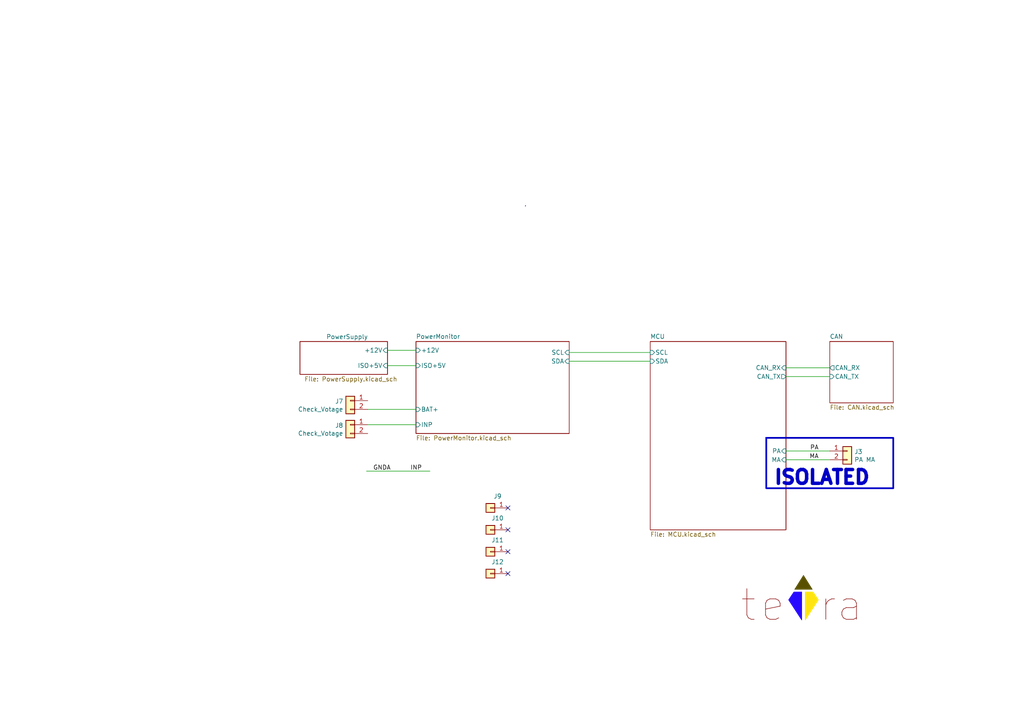
<source format=kicad_sch>
(kicad_sch (version 20230121) (generator eeschema)

  (uuid 6a86ff6f-b159-4c4c-8a40-e732cc82e010)

  (paper "A4")

  (title_block
    (title "BMS-Master")
    (date "2023-10-19")
    (rev "V0.1")
    (company "teTra")
  )

  (lib_symbols
    (symbol "Connector_Generic:Conn_01x01" (pin_names (offset 1.016) hide) (in_bom yes) (on_board yes)
      (property "Reference" "J" (at 0 2.54 0)
        (effects (font (size 1.27 1.27)))
      )
      (property "Value" "Conn_01x01" (at 0 -2.54 0)
        (effects (font (size 1.27 1.27)))
      )
      (property "Footprint" "" (at 0 0 0)
        (effects (font (size 1.27 1.27)) hide)
      )
      (property "Datasheet" "~" (at 0 0 0)
        (effects (font (size 1.27 1.27)) hide)
      )
      (property "ki_keywords" "connector" (at 0 0 0)
        (effects (font (size 1.27 1.27)) hide)
      )
      (property "ki_description" "Generic connector, single row, 01x01, script generated (kicad-library-utils/schlib/autogen/connector/)" (at 0 0 0)
        (effects (font (size 1.27 1.27)) hide)
      )
      (property "ki_fp_filters" "Connector*:*_1x??_*" (at 0 0 0)
        (effects (font (size 1.27 1.27)) hide)
      )
      (symbol "Conn_01x01_1_1"
        (rectangle (start -1.27 0.127) (end 0 -0.127)
          (stroke (width 0.1524) (type default))
          (fill (type none))
        )
        (rectangle (start -1.27 1.27) (end 1.27 -1.27)
          (stroke (width 0.254) (type default))
          (fill (type background))
        )
        (pin passive line (at -5.08 0 0) (length 3.81)
          (name "Pin_1" (effects (font (size 1.27 1.27))))
          (number "1" (effects (font (size 1.27 1.27))))
        )
      )
    )
    (symbol "Connector_Generic:Conn_01x02" (pin_names (offset 1.016) hide) (in_bom yes) (on_board yes)
      (property "Reference" "J" (at 0 2.54 0)
        (effects (font (size 1.27 1.27)))
      )
      (property "Value" "Conn_01x02" (at 0 -5.08 0)
        (effects (font (size 1.27 1.27)))
      )
      (property "Footprint" "" (at 0 0 0)
        (effects (font (size 1.27 1.27)) hide)
      )
      (property "Datasheet" "~" (at 0 0 0)
        (effects (font (size 1.27 1.27)) hide)
      )
      (property "ki_keywords" "connector" (at 0 0 0)
        (effects (font (size 1.27 1.27)) hide)
      )
      (property "ki_description" "Generic connector, single row, 01x02, script generated (kicad-library-utils/schlib/autogen/connector/)" (at 0 0 0)
        (effects (font (size 1.27 1.27)) hide)
      )
      (property "ki_fp_filters" "Connector*:*_1x??_*" (at 0 0 0)
        (effects (font (size 1.27 1.27)) hide)
      )
      (symbol "Conn_01x02_1_1"
        (rectangle (start -1.27 -2.413) (end 0 -2.667)
          (stroke (width 0.1524) (type default))
          (fill (type none))
        )
        (rectangle (start -1.27 0.127) (end 0 -0.127)
          (stroke (width 0.1524) (type default))
          (fill (type none))
        )
        (rectangle (start -1.27 1.27) (end 1.27 -3.81)
          (stroke (width 0.254) (type default))
          (fill (type background))
        )
        (pin passive line (at -5.08 0 0) (length 3.81)
          (name "Pin_1" (effects (font (size 1.27 1.27))))
          (number "1" (effects (font (size 1.27 1.27))))
        )
        (pin passive line (at -5.08 -2.54 0) (length 3.81)
          (name "Pin_2" (effects (font (size 1.27 1.27))))
          (number "2" (effects (font (size 1.27 1.27))))
        )
      )
    )
    (symbol "Fiber_Optic:logo" (pin_numbers hide) (pin_names (offset 0) hide) (in_bom yes) (on_board yes)
      (property "Reference" "LOGO" (at 7.747 8.763 0)
        (effects (font (size 1.27 1.27)) hide)
      )
      (property "Value" "teTra" (at 0.254 7.874 0)
        (effects (font (size 1.27 1.27)) hide)
      )
      (property "Footprint" "Symbol:teTra-LOGO" (at 0 3.302 0)
        (effects (font (size 1.27 1.27)) hide)
      )
      (property "Datasheet" "" (at 0 3.302 0)
        (effects (font (size 1.27 1.27)) hide)
      )
      (symbol "logo_1_1"
        (polyline
          (pts
            (xy 0 7.112)
            (xy -2.54 3.048)
            (xy 2.54 3.048)
            (xy 0 7.112)
          )
          (stroke (width 0) (type default) (color 88 80 0 1))
          (fill (type color) (color 88 80 0 1))
        )
        (polyline
          (pts
            (xy -0.508 2.286)
            (xy -2.794 2.286)
            (xy -4.318 0)
            (xy -0.508 -5.842)
            (xy -0.508 2.286)
          )
          (stroke (width 0) (type default) (color 38 9 255 1))
          (fill (type color) (color 38 9 255 1))
        )
        (polyline
          (pts
            (xy 0.508 2.286)
            (xy 2.794 2.286)
            (xy 4.318 0)
            (xy 0.508 -5.842)
            (xy 0.508 2.286)
          )
          (stroke (width 0) (type default) (color 255 228 16 1))
          (fill (type color) (color 255 228 16 1))
        )
        (text "a" (at 13.462 -1.524 0)
          (effects (font (face "KiCad Font") (size 8.89 8.89)))
        )
        (text "e" (at -8.89 -1.524 0)
          (effects (font (face "KiCad Font") (size 8.89 8.89)))
        )
        (text "r" (at 7.112 -1.524 0)
          (effects (font (size 8.89 8.89)))
        )
        (text "t" (at -16.002 -1.524 0)
          (effects (font (size 8.89 8.89)))
        )
      )
    )
  )


  (no_connect (at 147.32 153.67) (uuid 063586cc-a580-48fd-89cd-ea9799bd846b))
  (no_connect (at 147.32 160.02) (uuid 1032ec73-d384-495a-9208-3a628c10ef07))
  (no_connect (at 147.32 147.32) (uuid 22f3973b-66c5-4045-8727-c2cdf1ca18f9))
  (no_connect (at 147.32 166.37) (uuid f48ff6f6-9760-4e31-a4e0-4b910cd0768e))

  (wire (pts (xy 165.1 102.235) (xy 188.595 102.235))
    (stroke (width 0) (type default))
    (uuid 011ac7e5-f05f-46c1-a182-215072e4ebc1)
  )
  (wire (pts (xy 227.965 133.35) (xy 240.665 133.35))
    (stroke (width 0) (type default))
    (uuid 0324c561-c596-4eb6-b5d1-1df9d1e20bd8)
  )
  (wire (pts (xy 240.665 130.81) (xy 227.965 130.81))
    (stroke (width 0) (type default))
    (uuid 0db620bd-9d77-48e8-91fb-2aa04e84ce76)
  )
  (wire (pts (xy 106.68 118.745) (xy 120.65 118.745))
    (stroke (width 0) (type default))
    (uuid 123d02ca-8a43-4698-863e-43a50363d59a)
  )
  (wire (pts (xy 165.1 104.775) (xy 188.595 104.775))
    (stroke (width 0) (type default))
    (uuid 25f61138-6c5d-47b3-8f5a-a7e3638e4741)
  )
  (wire (pts (xy 112.395 101.6) (xy 120.65 101.6))
    (stroke (width 0) (type default))
    (uuid 6032e3b7-2ecc-4072-ab21-d2db156c12ce)
  )
  (wire (pts (xy 227.965 109.22) (xy 240.665 109.22))
    (stroke (width 0) (type default))
    (uuid 8006bcf1-5206-4a50-a3d8-d602b9dea8a4)
  )
  (wire (pts (xy 112.395 106.045) (xy 120.65 106.045))
    (stroke (width 0) (type default))
    (uuid 8ebdea99-1286-463f-9104-ec20d20a33a3)
  )
  (wire (pts (xy 227.965 106.68) (xy 240.665 106.68))
    (stroke (width 0) (type default))
    (uuid a3ed13f7-af50-4f99-aec0-8e5932323761)
  )
  (wire (pts (xy 106.299 136.652) (xy 124.714 136.652))
    (stroke (width 0) (type default))
    (uuid cf063f23-7578-43aa-8e49-efa6110df2ef)
  )
  (wire (pts (xy 106.68 123.19) (xy 120.65 123.19))
    (stroke (width 0) (type default))
    (uuid e04eba53-0b1f-4bfe-87cc-f3d7315fa9fd)
  )

  (rectangle (start 152.4 59.69) (end 152.4 59.69)
    (stroke (width 0) (type default))
    (fill (type none))
    (uuid 16ed3026-92db-43e4-94ce-cb9942d539a9)
  )
  (rectangle (start 152.4 59.69) (end 152.4 59.69)
    (stroke (width 0) (type default))
    (fill (type none))
    (uuid 223aa8e8-e165-46dc-8004-d0f7a65ecba6)
  )
  (rectangle (start 152.4 59.69) (end 152.4 59.69)
    (stroke (width 0) (type default))
    (fill (type none))
    (uuid 2fcede93-9de7-495d-a723-2d73c73c7b6f)
  )
  (rectangle (start 152.4 59.69) (end 152.4 59.69)
    (stroke (width 0) (type default))
    (fill (type none))
    (uuid 5fbfa526-c30f-47f6-8144-7f30cec9d859)
  )
  (rectangle (start 152.4 59.69) (end 152.4 59.69)
    (stroke (width 0) (type default))
    (fill (type none))
    (uuid 6417f53f-a88b-4d4d-99b7-072470c6c0a0)
  )
  (rectangle (start 152.4 59.69) (end 152.4 59.69)
    (stroke (width 0) (type default))
    (fill (type none))
    (uuid 761ccd63-a067-48de-bb96-f182215cb15d)
  )
  (rectangle (start 152.4 59.69) (end 152.4 59.69)
    (stroke (width 0) (type default))
    (fill (type none))
    (uuid 7833effb-1ef3-4514-9423-6ce15b0e7601)
  )
  (rectangle (start 152.4 59.69) (end 152.4 59.69)
    (stroke (width 0) (type default))
    (fill (type none))
    (uuid 84c90483-45a3-4739-b73e-9c011eb5a6b3)
  )
  (rectangle (start 152.4 59.69) (end 152.4 59.69)
    (stroke (width 0) (type default))
    (fill (type none))
    (uuid a44f9e23-e56b-46ab-98e0-a509f1df9112)
  )
  (rectangle (start 152.4 59.69) (end 152.4 59.69)
    (stroke (width 0) (type default))
    (fill (type none))
    (uuid a6c3c0d5-36dd-4850-b1a5-9e9d33dbee96)
  )
  (rectangle (start 152.4 59.69) (end 152.4 59.69)
    (stroke (width 0) (type default))
    (fill (type none))
    (uuid cc05d2e2-b228-431e-bdc0-e0860c04d0cb)
  )
  (rectangle (start 152.4 59.69) (end 152.4 59.69)
    (stroke (width 0) (type default))
    (fill (type none))
    (uuid d8735071-f685-4511-9a51-ec1dbf78025d)
  )
  (rectangle (start 152.4 59.69) (end 152.4 59.69)
    (stroke (width 0) (type default))
    (fill (type none))
    (uuid ea6bb95e-e93f-4e24-b732-f58cac2dd5b5)
  )
  (rectangle (start 152.4 59.69) (end 152.4 59.69)
    (stroke (width 0) (type default))
    (fill (type none))
    (uuid ec13c14f-f372-47c6-8a1b-793204123c6b)
  )
  (rectangle (start 222.25 127) (end 259.08 141.605)
    (stroke (width 0.5) (type default))
    (fill (type none))
    (uuid ecd79333-2b26-4913-bd9c-63cb6b9965e8)
  )
  (rectangle (start 152.4 59.69) (end 152.4 59.69)
    (stroke (width 0) (type default))
    (fill (type none))
    (uuid ef661221-3ee0-456b-8605-67b88b2feaa8)
  )
  (rectangle (start 152.4 59.69) (end 152.4 59.69)
    (stroke (width 0) (type default))
    (fill (type none))
    (uuid fd9b1398-e4ca-40d7-b486-76ff1cab045d)
  )

  (text "ISOLATED" (at 224.155 140.97 0)
    (effects (font (size 4 4) (thickness 1.016) bold) (justify left bottom))
    (uuid 2f72da79-bdf8-4579-9ed1-a83544662245)
  )

  (label "PA" (at 237.49 130.81 180) (fields_autoplaced)
    (effects (font (size 1.27 1.27)) (justify right bottom))
    (uuid 6db54366-f85d-41d5-8f6f-fde0e52d91b9)
  )
  (label "INP" (at 118.999 136.652 0) (fields_autoplaced)
    (effects (font (size 1.27 1.27)) (justify left bottom))
    (uuid ad7a2ab3-6837-4610-9ed4-459c72076acf)
  )
  (label "GNDA" (at 108.204 136.652 0) (fields_autoplaced)
    (effects (font (size 1.27 1.27)) (justify left bottom))
    (uuid e53f4b58-b1d1-4a89-a712-12798db393c5)
  )
  (label "MA" (at 237.49 133.35 180) (fields_autoplaced)
    (effects (font (size 1.27 1.27)) (justify right bottom))
    (uuid edf68c01-1995-433f-84e2-a8f5e0db81ec)
  )

  (symbol (lib_id "Connector_Generic:Conn_01x01") (at 142.24 147.32 180) (unit 1)
    (in_bom yes) (on_board yes) (dnp no)
    (uuid 14c9baf5-26bb-450a-95bd-8c9a4b49d6a4)
    (property "Reference" "J9" (at 144.3228 143.9418 0)
      (effects (font (size 1.27 1.27)))
    )
    (property "Value" "Hole /NC" (at 144.3228 143.9164 0)
      (effects (font (size 1.27 1.27)) hide)
    )
    (property "Footprint" "MountingHole:MountingHole_3.2mm_M3_ISO7380_Pad" (at 142.24 147.32 0)
      (effects (font (size 1.27 1.27)) hide)
    )
    (property "Datasheet" "~" (at 142.24 147.32 0)
      (effects (font (size 1.27 1.27)) hide)
    )
    (property "MPN" "N/A" (at 142.24 147.32 0)
      (effects (font (size 1.27 1.27)) hide)
    )
    (pin "1" (uuid ead4ebea-108e-4516-8b66-8e8b7f754ea0))
    (instances
      (project "ESP32_Master"
        (path "/6a86ff6f-b159-4c4c-8a40-e732cc82e010"
          (reference "J9") (unit 1)
        )
      )
      (project "LTC6811"
        (path "/c4061cfa-a05d-44c7-ba89-bb211c8b143a"
          (reference "J8") (unit 1)
        )
      )
    )
  )

  (symbol (lib_id "Connector_Generic:Conn_01x02") (at 245.745 130.81 0) (unit 1)
    (in_bom yes) (on_board yes) (dnp no)
    (uuid 3fdcb28f-dbfe-4348-b44a-d6301baa7909)
    (property "Reference" "J3" (at 247.777 131.0132 0)
      (effects (font (size 1.27 1.27)) (justify left))
    )
    (property "Value" "PA MA" (at 247.777 133.3246 0)
      (effects (font (size 1.27 1.27)) (justify left))
    )
    (property "Footprint" "Connector_JST:JST_VH_B2P-VH-B_1x02_P3.96mm_Vertical" (at 245.745 130.81 0)
      (effects (font (size 1.27 1.27)) hide)
    )
    (property "Datasheet" "https://www.jst-mfg.com/product/pdf/eng/eVH.pdf" (at 245.745 130.81 0)
      (effects (font (size 1.27 1.27)) hide)
    )
    (property "MPN" "B2P-VH" (at 245.745 130.81 0)
      (effects (font (size 1.27 1.27)) hide)
    )
    (property "Link" "https://www.digikey.jp/en/products/detail/jst-sales-america-inc/B2P-VH/926547" (at 245.745 130.81 0)
      (effects (font (size 1.27 1.27)) hide)
    )
    (property "Description" "Connector Header Through Hole 2 position 0.156\" (3.96mm)" (at 245.745 130.81 0)
      (effects (font (size 1.27 1.27)) hide)
    )
    (pin "1" (uuid 0142d88b-7580-4e63-a888-2b60a110ddcb))
    (pin "2" (uuid 0b2cdb06-a24e-4e2c-bc8f-ecc23ac6e6b5))
    (instances
      (project "ESP32_Master"
        (path "/6a86ff6f-b159-4c4c-8a40-e732cc82e010"
          (reference "J3") (unit 1)
        )
      )
    )
  )

  (symbol (lib_id "Connector_Generic:Conn_01x01") (at 142.24 153.67 180) (unit 1)
    (in_bom yes) (on_board yes) (dnp no)
    (uuid 8a2e89e0-4d88-47d1-9c9d-dd4806326183)
    (property "Reference" "J10" (at 144.3228 150.2918 0)
      (effects (font (size 1.27 1.27)))
    )
    (property "Value" "Hole /NC" (at 144.3228 150.2664 0)
      (effects (font (size 1.27 1.27)) hide)
    )
    (property "Footprint" "MountingHole:MountingHole_3.2mm_M3_ISO7380_Pad" (at 142.24 153.67 0)
      (effects (font (size 1.27 1.27)) hide)
    )
    (property "Datasheet" "~" (at 142.24 153.67 0)
      (effects (font (size 1.27 1.27)) hide)
    )
    (property "MPN" "N/A" (at 142.24 153.67 0)
      (effects (font (size 1.27 1.27)) hide)
    )
    (pin "1" (uuid 1d4c8cfb-70c1-4098-8eeb-3ed5d39d6e8b))
    (instances
      (project "ESP32_Master"
        (path "/6a86ff6f-b159-4c4c-8a40-e732cc82e010"
          (reference "J10") (unit 1)
        )
      )
      (project "LTC6811"
        (path "/c4061cfa-a05d-44c7-ba89-bb211c8b143a"
          (reference "J5") (unit 1)
        )
      )
    )
  )

  (symbol (lib_id "Connector_Generic:Conn_01x01") (at 142.24 160.02 180) (unit 1)
    (in_bom yes) (on_board yes) (dnp no)
    (uuid 8bb2778d-bd02-4535-aa6e-74bedd04d6ad)
    (property "Reference" "J11" (at 144.3228 156.6418 0)
      (effects (font (size 1.27 1.27)))
    )
    (property "Value" "Hole /NC" (at 144.3228 156.6164 0)
      (effects (font (size 1.27 1.27)) hide)
    )
    (property "Footprint" "MountingHole:MountingHole_3.2mm_M3_ISO7380_Pad" (at 142.24 160.02 0)
      (effects (font (size 1.27 1.27)) hide)
    )
    (property "Datasheet" "~" (at 142.24 160.02 0)
      (effects (font (size 1.27 1.27)) hide)
    )
    (property "MPN" "N/A" (at 142.24 160.02 0)
      (effects (font (size 1.27 1.27)) hide)
    )
    (pin "1" (uuid 101ee9da-b5f8-4c0b-b96c-ee1ee27031c9))
    (instances
      (project "ESP32_Master"
        (path "/6a86ff6f-b159-4c4c-8a40-e732cc82e010"
          (reference "J11") (unit 1)
        )
      )
      (project "LTC6811"
        (path "/c4061cfa-a05d-44c7-ba89-bb211c8b143a"
          (reference "J6") (unit 1)
        )
      )
    )
  )

  (symbol (lib_id "Connector_Generic:Conn_01x01") (at 142.24 166.37 180) (unit 1)
    (in_bom yes) (on_board yes) (dnp no)
    (uuid 92debd96-33ac-4027-b04a-6747f6db4290)
    (property "Reference" "J12" (at 144.3228 162.9918 0)
      (effects (font (size 1.27 1.27)))
    )
    (property "Value" "Hole /NC" (at 144.3228 162.9664 0)
      (effects (font (size 1.27 1.27)) hide)
    )
    (property "Footprint" "MountingHole:MountingHole_3.2mm_M3_ISO7380_Pad" (at 142.24 166.37 0)
      (effects (font (size 1.27 1.27)) hide)
    )
    (property "Datasheet" "~" (at 142.24 166.37 0)
      (effects (font (size 1.27 1.27)) hide)
    )
    (property "MPN" "N/A" (at 142.24 166.37 0)
      (effects (font (size 1.27 1.27)) hide)
    )
    (pin "1" (uuid f8294e80-7530-4474-a588-b397de900e85))
    (instances
      (project "ESP32_Master"
        (path "/6a86ff6f-b159-4c4c-8a40-e732cc82e010"
          (reference "J12") (unit 1)
        )
      )
      (project "LTC6811"
        (path "/c4061cfa-a05d-44c7-ba89-bb211c8b143a"
          (reference "J8") (unit 1)
        )
      )
    )
  )

  (symbol (lib_id "Connector_Generic:Conn_01x02") (at 101.6 123.19 0) (mirror y) (unit 1)
    (in_bom yes) (on_board yes) (dnp no)
    (uuid 961d9c19-5277-433c-9806-e469b9a4934a)
    (property "Reference" "J8" (at 99.568 123.3932 0)
      (effects (font (size 1.27 1.27)) (justify left))
    )
    (property "Value" "Check_Votage" (at 99.568 125.7046 0)
      (effects (font (size 1.27 1.27)) (justify left))
    )
    (property "Footprint" "Connector_JST:JST_VH_B2P-VH-B_1x02_P3.96mm_Vertical" (at 101.6 123.19 0)
      (effects (font (size 1.27 1.27)) hide)
    )
    (property "Datasheet" "https://www.jst-mfg.com/product/pdf/eng/eVH.pdf" (at 101.6 123.19 0)
      (effects (font (size 1.27 1.27)) hide)
    )
    (property "MPN" "B2P-VH" (at 101.6 123.19 0)
      (effects (font (size 1.27 1.27)) hide)
    )
    (property "Link" "https://www.digikey.jp/en/products/detail/jst-sales-america-inc/B2P-VH/926547" (at 101.6 123.19 0)
      (effects (font (size 1.27 1.27)) hide)
    )
    (property "Description" "Connector Header Through Hole 2 position 0.156\" (3.96mm)" (at 101.6 123.19 0)
      (effects (font (size 1.27 1.27)) hide)
    )
    (pin "1" (uuid 87c91a00-43dc-412d-9955-250592b11c1e))
    (pin "2" (uuid b594e1ba-023d-49c6-9a40-b88551fbf3cc))
    (instances
      (project "ESP32_Master"
        (path "/6a86ff6f-b159-4c4c-8a40-e732cc82e010"
          (reference "J8") (unit 1)
        )
      )
    )
  )

  (symbol (lib_id "Connector_Generic:Conn_01x02") (at 101.6 116.205 0) (mirror y) (unit 1)
    (in_bom yes) (on_board yes) (dnp no)
    (uuid c4787f21-f8e1-4d66-99c0-a87e657e2988)
    (property "Reference" "J7" (at 99.568 116.4082 0)
      (effects (font (size 1.27 1.27)) (justify left))
    )
    (property "Value" "Check_Votage" (at 99.568 118.7196 0)
      (effects (font (size 1.27 1.27)) (justify left))
    )
    (property "Footprint" "Connector_JST:JST_VH_B2P-VH-B_1x02_P3.96mm_Vertical" (at 101.6 116.205 0)
      (effects (font (size 1.27 1.27)) hide)
    )
    (property "Datasheet" "https://www.jst-mfg.com/product/pdf/eng/eVH.pdf" (at 101.6 116.205 0)
      (effects (font (size 1.27 1.27)) hide)
    )
    (property "MPN" "B2P-VH" (at 101.6 116.205 0)
      (effects (font (size 1.27 1.27)) hide)
    )
    (property "Link" "https://www.digikey.jp/en/products/detail/jst-sales-america-inc/B2P-VH/926547" (at 101.6 116.205 0)
      (effects (font (size 1.27 1.27)) hide)
    )
    (property "Description" "Connector Header Through Hole 2 position 0.156\" (3.96mm)" (at 101.6 116.205 0)
      (effects (font (size 1.27 1.27)) hide)
    )
    (pin "1" (uuid c07499ca-e856-4ac5-a84e-aa74120c053f))
    (pin "2" (uuid b9bfdbc8-7b62-4d71-acd3-7088163c9110))
    (instances
      (project "ESP32_Master"
        (path "/6a86ff6f-b159-4c4c-8a40-e732cc82e010"
          (reference "J7") (unit 1)
        )
      )
    )
  )

  (symbol (lib_id "Fiber_Optic:logo") (at 233.045 173.99 0) (unit 1)
    (in_bom yes) (on_board yes) (dnp no) (fields_autoplaced)
    (uuid fa65b393-8ebe-4854-9176-2af361d7981a)
    (property "Reference" "LOGO1" (at 240.792 165.227 0)
      (effects (font (size 1.27 1.27)) hide)
    )
    (property "Value" "teTra /NC" (at 233.299 166.116 0)
      (effects (font (size 1.27 1.27)) hide)
    )
    (property "Footprint" "Symbol:teTra-LOGO" (at 233.045 170.688 0)
      (effects (font (size 1.27 1.27)) hide)
    )
    (property "Datasheet" "" (at 233.045 170.688 0)
      (effects (font (size 1.27 1.27)) hide)
    )
    (instances
      (project "ESP32_Master"
        (path "/6a86ff6f-b159-4c4c-8a40-e732cc82e010"
          (reference "LOGO1") (unit 1)
        )
      )
    )
  )

  (sheet (at 188.595 99.06) (size 39.37 54.61) (fields_autoplaced)
    (stroke (width 0) (type solid))
    (fill (color 0 0 0 0.0000))
    (uuid 00000000-0000-0000-0000-00005ab72d4d)
    (property "Sheetname" "MCU" (at 188.595 98.3484 0)
      (effects (font (size 1.27 1.27)) (justify left bottom))
    )
    (property "Sheetfile" "MCU.kicad_sch" (at 188.595 154.2546 0)
      (effects (font (size 1.27 1.27)) (justify left top))
    )
    (pin "SCL" input (at 188.595 102.235 180)
      (effects (font (size 1.27 1.27)) (justify left))
      (uuid e561b59c-8547-44af-b88f-353ee07cecf5)
    )
    (pin "SDA" input (at 188.595 104.775 180)
      (effects (font (size 1.27 1.27)) (justify left))
      (uuid 7c650a76-2028-4a4d-b639-a0a05e72be8c)
    )
    (pin "MA" input (at 227.965 133.35 0)
      (effects (font (size 1.27 1.27)) (justify right))
      (uuid a7b5b24d-2366-4f9e-a64e-b62587a092d6)
    )
    (pin "PA" input (at 227.965 130.81 0)
      (effects (font (size 1.27 1.27)) (justify right))
      (uuid 3d24a4d3-fac6-4e03-beff-88b4e436fb93)
    )
    (pin "CAN_RX" input (at 227.965 106.68 0)
      (effects (font (size 1.27 1.27)) (justify right))
      (uuid cb994e08-6495-497f-86a3-2fe01f0b857a)
    )
    (pin "CAN_TX" output (at 227.965 109.22 0)
      (effects (font (size 1.27 1.27)) (justify right))
      (uuid 79124331-cabd-415c-9f9b-492fb18e73e7)
    )
    (instances
      (project "ESP32_Master"
        (path "/6a86ff6f-b159-4c4c-8a40-e732cc82e010" (page "4"))
      )
    )
  )

  (sheet (at 86.995 99.06) (size 25.4 9.525)
    (stroke (width 0) (type solid))
    (fill (color 0 0 0 0.0000))
    (uuid 00000000-0000-0000-0000-00005ac18063)
    (property "Sheetname" "PowerSupply" (at 94.615 98.425 0)
      (effects (font (size 1.27 1.27)) (justify left bottom))
    )
    (property "Sheetfile" "PowerSupply.kicad_sch" (at 88.265 109.22 0)
      (effects (font (size 1.27 1.27)) (justify left top))
    )
    (pin "ISO+5V" input (at 112.395 106.045 0)
      (effects (font (size 1.27 1.27)) (justify right))
      (uuid a9486408-a005-44e8-a0d4-92e69d1f73ec)
    )
    (pin "+12V" input (at 112.395 101.6 0)
      (effects (font (size 1.27 1.27)) (justify right))
      (uuid debf8201-72b1-4765-9e29-9941561a2415)
    )
    (instances
      (project "ESP32_Master"
        (path "/6a86ff6f-b159-4c4c-8a40-e732cc82e010" (page "3"))
      )
    )
  )

  (sheet (at 120.65 99.06) (size 44.45 26.67) (fields_autoplaced)
    (stroke (width 0) (type solid))
    (fill (color 0 0 0 0.0000))
    (uuid 00000000-0000-0000-0000-00005c519ba0)
    (property "Sheetname" "PowerMonitor" (at 120.65 98.3484 0)
      (effects (font (size 1.27 1.27)) (justify left bottom))
    )
    (property "Sheetfile" "PowerMonitor.kicad_sch" (at 120.65 126.3146 0)
      (effects (font (size 1.27 1.27)) (justify left top))
    )
    (pin "SCL" input (at 165.1 102.235 0)
      (effects (font (size 1.27 1.27)) (justify right))
      (uuid deb276df-b50b-46a1-b161-10a29e12f9e9)
    )
    (pin "SDA" input (at 165.1 104.775 0)
      (effects (font (size 1.27 1.27)) (justify right))
      (uuid 3cbaefc6-4936-4885-908e-5329abc661bd)
    )
    (pin "ISO+5V" input (at 120.65 106.045 180)
      (effects (font (size 1.27 1.27)) (justify left))
      (uuid 3731f840-4d28-453e-a4e3-782fdbc61aac)
    )
    (pin "+12V" input (at 120.65 101.6 180)
      (effects (font (size 1.27 1.27)) (justify left))
      (uuid 23bd8ac0-f1e7-4e71-b44e-7da758230751)
    )
    (pin "BAT+" input (at 120.65 118.745 180)
      (effects (font (size 1.27 1.27)) (justify left))
      (uuid b3cb5993-0569-452c-86f1-175e5a9c5baa)
    )
    (pin "INP" input (at 120.65 123.19 180)
      (effects (font (size 1.27 1.27)) (justify left))
      (uuid 602e6eca-dd54-4cd1-b15f-e52e78caeede)
    )
    (instances
      (project "ESP32_Master"
        (path "/6a86ff6f-b159-4c4c-8a40-e732cc82e010" (page "2"))
      )
    )
  )

  (sheet (at 240.665 99.06) (size 18.415 17.78) (fields_autoplaced)
    (stroke (width 0) (type solid))
    (fill (color 0 0 0 0.0000))
    (uuid 2d7845da-5cb7-4763-8500-25e391c30f99)
    (property "Sheetname" "CAN" (at 240.665 98.3484 0)
      (effects (font (size 1.27 1.27)) (justify left bottom))
    )
    (property "Sheetfile" "CAN.kicad_sch" (at 240.665 117.4246 0)
      (effects (font (size 1.27 1.27)) (justify left top))
    )
    (pin "CAN_RX" output (at 240.665 106.68 180)
      (effects (font (size 1.27 1.27)) (justify left))
      (uuid 0a15883a-3d31-4d8e-b891-bf4d06f2f7ad)
    )
    (pin "CAN_TX" input (at 240.665 109.22 180)
      (effects (font (size 1.27 1.27)) (justify left))
      (uuid c098a0d6-9adf-4a72-b80a-f27b27dbf8de)
    )
    (instances
      (project "ESP32_Master"
        (path "/6a86ff6f-b159-4c4c-8a40-e732cc82e010" (page "6"))
      )
    )
  )

  (sheet_instances
    (path "/" (page "1"))
  )
)

</source>
